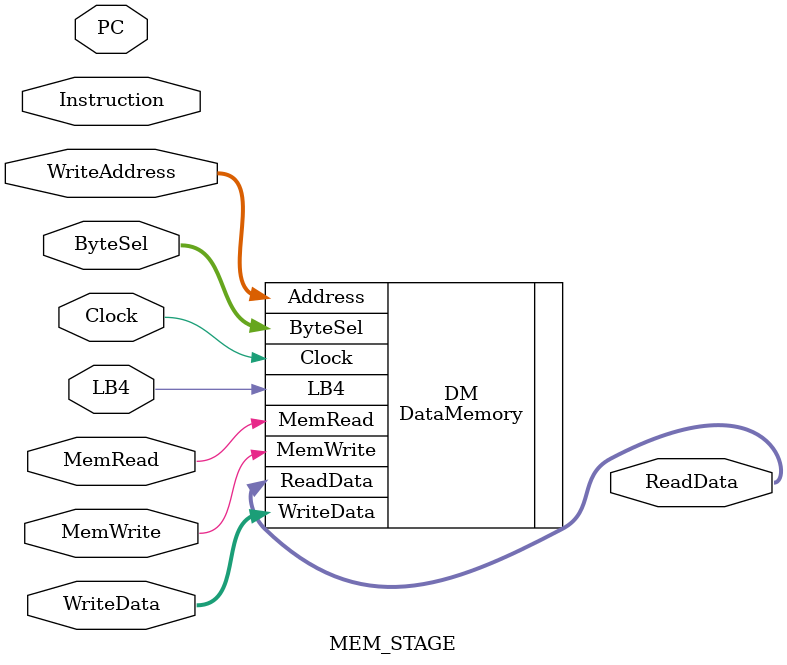
<source format=v>
`timescale 1ns / 1ps


module MEM_STAGE(Clock, PC, WriteData, ReadData, WriteAddress, MemRead, MemWrite, ByteSel, LB4, Instruction);
    input Clock, MemRead, MemWrite, LB4;
    input [1:0] ByteSel;
    input [31:0] PC, WriteData, WriteAddress, Instruction;
    
    output [31:0] ReadData;
    
    DataMemory DM(
        .Address(WriteAddress),
        .WriteData(WriteData),
        .ByteSel(ByteSel),
        .LB4(LB4),
        .Clock(Clock),
        .MemWrite(MemWrite),
        .MemRead(MemRead),
        .ReadData(ReadData));
        
endmodule

</source>
